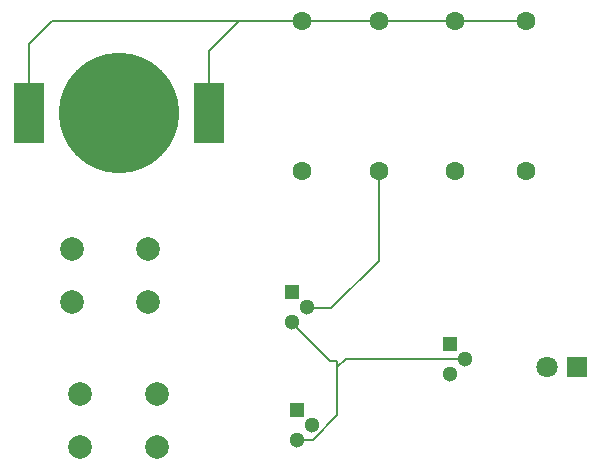
<source format=gbr>
%TF.GenerationSoftware,KiCad,Pcbnew,9.0.5*%
%TF.CreationDate,2025-10-25T02:40:39-07:00*%
%TF.ProjectId,1stproject,31737470-726f-46a6-9563-742e6b696361,rev?*%
%TF.SameCoordinates,Original*%
%TF.FileFunction,Copper,L2,Bot*%
%TF.FilePolarity,Positive*%
%FSLAX46Y46*%
G04 Gerber Fmt 4.6, Leading zero omitted, Abs format (unit mm)*
G04 Created by KiCad (PCBNEW 9.0.5) date 2025-10-25 02:40:39*
%MOMM*%
%LPD*%
G01*
G04 APERTURE LIST*
%TA.AperFunction,ComponentPad*%
%ADD10C,1.300000*%
%TD*%
%TA.AperFunction,ComponentPad*%
%ADD11R,1.300000X1.300000*%
%TD*%
%TA.AperFunction,ComponentPad*%
%ADD12C,2.000000*%
%TD*%
%TA.AperFunction,ComponentPad*%
%ADD13C,1.600000*%
%TD*%
%TA.AperFunction,ComponentPad*%
%ADD14R,1.800000X1.800000*%
%TD*%
%TA.AperFunction,ComponentPad*%
%ADD15C,1.800000*%
%TD*%
%TA.AperFunction,SMDPad,CuDef*%
%ADD16R,2.500000X5.100000*%
%TD*%
%TA.AperFunction,SMDPad,CuDef*%
%ADD17C,10.200000*%
%TD*%
%TA.AperFunction,Conductor*%
%ADD18C,0.200000*%
%TD*%
G04 APERTURE END LIST*
D10*
%TO.P,Q3,3,C*%
%TO.N,Net-(D1-A)*%
X138000000Y-90115000D03*
%TO.P,Q3,2,B*%
%TO.N,Net-(Q1-C)*%
X139270000Y-88845000D03*
D11*
%TO.P,Q3,1,E*%
%TO.N,GND*%
X138000000Y-87575000D03*
%TD*%
D12*
%TO.P,SW2,1,A*%
%TO.N,GND*%
X106750000Y-91825000D03*
X113250000Y-91825000D03*
%TO.P,SW2,2,B*%
%TO.N,Net-(Q1-B)*%
X106750000Y-96325000D03*
X113250000Y-96325000D03*
%TD*%
%TO.P,SW1,1,A*%
%TO.N,GND*%
X106000000Y-79575000D03*
X112500000Y-79575000D03*
%TO.P,SW1,2,B*%
%TO.N,Net-(Q1-B)*%
X106000000Y-84075000D03*
X112500000Y-84075000D03*
%TD*%
D13*
%TO.P,R4,2*%
%TO.N,Net-(Q1-B)*%
X125500000Y-72925000D03*
%TO.P,R4,1*%
%TO.N,Net-(BT1-+)*%
X125500000Y-60225000D03*
%TD*%
%TO.P,R2,1*%
%TO.N,Net-(BT1-+)*%
X144500000Y-60225000D03*
%TO.P,R2,2*%
%TO.N,Net-(D1-A)*%
X144500000Y-72925000D03*
%TD*%
%TO.P,R3,1*%
%TO.N,Net-(BT1-+)*%
X132000000Y-60225000D03*
%TO.P,R3,2*%
%TO.N,Net-(Q1-B)*%
X132000000Y-72925000D03*
%TD*%
D11*
%TO.P,Q2,1,E*%
%TO.N,Net-(Q1-B)*%
X125090000Y-93165000D03*
D10*
%TO.P,Q2,2,B*%
X126360000Y-94435000D03*
%TO.P,Q2,3,C*%
%TO.N,Net-(Q1-C)*%
X125090000Y-95705000D03*
%TD*%
D11*
%TO.P,Q1,1,E*%
%TO.N,Net-(Q1-B)*%
X124640000Y-83230000D03*
D10*
%TO.P,Q1,2,B*%
X125910000Y-84500000D03*
%TO.P,Q1,3,C*%
%TO.N,Net-(Q1-C)*%
X124640000Y-85770000D03*
%TD*%
D14*
%TO.P,D1,1,K*%
%TO.N,GND*%
X148775000Y-89575000D03*
D15*
%TO.P,D1,2,A*%
%TO.N,Net-(D1-A)*%
X146235000Y-89575000D03*
%TD*%
D16*
%TO.P,BT1,1,+*%
%TO.N,Net-(BT1-+)*%
X117600000Y-68075000D03*
X102400000Y-68075000D03*
D17*
%TO.P,BT1,2,-*%
%TO.N,GND*%
X110000000Y-68075000D03*
%TD*%
D13*
%TO.P,R1,2*%
%TO.N,Net-(Q1-C)*%
X138500000Y-72925000D03*
%TO.P,R1,1*%
%TO.N,Net-(BT1-+)*%
X138500000Y-60225000D03*
%TD*%
D18*
%TO.N,Net-(Q1-B)*%
X128000000Y-84575000D02*
X132000000Y-80575000D01*
X125910000Y-84575000D02*
X128000000Y-84575000D01*
X132000000Y-80575000D02*
X132000000Y-72925000D01*
X124770000Y-83305000D02*
X125000000Y-83075000D01*
X124640000Y-83305000D02*
X124770000Y-83305000D01*
%TO.N,Net-(Q1-C)*%
X129230000Y-88845000D02*
X139270000Y-88845000D01*
X128500000Y-89575000D02*
X128500000Y-89075000D01*
X128500000Y-89575000D02*
X129230000Y-88845000D01*
%TO.N,Net-(BT1-+)*%
X104350000Y-60225000D02*
X120150000Y-60225000D01*
X102400000Y-62175000D02*
X104350000Y-60225000D01*
X102400000Y-68075000D02*
X102400000Y-62175000D01*
X117600000Y-62775000D02*
X120150000Y-60225000D01*
X117600000Y-68075000D02*
X117600000Y-62775000D01*
X138500000Y-60225000D02*
X144500000Y-60225000D01*
X132000000Y-60225000D02*
X138500000Y-60225000D01*
X125500000Y-60225000D02*
X132000000Y-60225000D01*
X120150000Y-60225000D02*
X125500000Y-60225000D01*
%TO.N,Net-(Q1-C)*%
X127870000Y-89075000D02*
X124640000Y-85845000D01*
X128500000Y-89075000D02*
X127870000Y-89075000D01*
X128500000Y-93639918D02*
X128500000Y-89575000D01*
X126434918Y-95705000D02*
X128500000Y-93639918D01*
X125090000Y-95705000D02*
X126434918Y-95705000D01*
%TD*%
M02*

</source>
